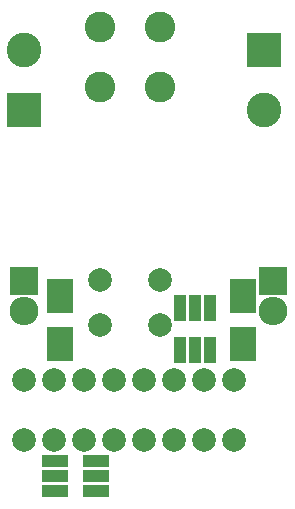
<source format=gbs>
G04 #@! TF.FileFunction,Soldermask,Bot*
%FSLAX46Y46*%
G04 Gerber Fmt 4.6, Leading zero omitted, Abs format (unit mm)*
G04 Created by KiCad (PCBNEW 4.0.0-stable) date 04.02.2016 17:28:42*
%MOMM*%
G01*
G04 APERTURE LIST*
%ADD10C,0.100000*%
%ADD11R,2.200860X2.899360*%
%ADD12C,2.000000*%
%ADD13R,2.940000X2.940000*%
%ADD14C,2.940000*%
%ADD15C,2.600000*%
%ADD16R,2.200000X1.000000*%
%ADD17R,1.000000X2.200000*%
%ADD18R,2.432000X2.432000*%
%ADD19O,2.432000X2.432000*%
G04 APERTURE END LIST*
D10*
D11*
X142748000Y-106138980D03*
X142748000Y-102141020D03*
X158242000Y-106138980D03*
X158242000Y-102141020D03*
D12*
X142240000Y-109220000D03*
X142240000Y-114300000D03*
X144780000Y-109220000D03*
X144780000Y-114300000D03*
X139700000Y-114300000D03*
X139700000Y-109220000D03*
X147320000Y-114300000D03*
X147320000Y-109220000D03*
X149860000Y-114300000D03*
X152400000Y-114300000D03*
X154940000Y-114300000D03*
X157480000Y-114300000D03*
X149860000Y-109220000D03*
X152400000Y-109220000D03*
X154940000Y-109220000D03*
X157480000Y-109220000D03*
D13*
X160020000Y-81280000D03*
D14*
X160020000Y-86360000D03*
D13*
X139700000Y-86360000D03*
D14*
X139700000Y-81280000D03*
D12*
X151200000Y-100760000D03*
D15*
X151200000Y-84380000D03*
X151200000Y-79340000D03*
D12*
X151200000Y-104540000D03*
X146120000Y-100760000D03*
D15*
X146120000Y-84380000D03*
X146120000Y-79340000D03*
D12*
X146120000Y-104540000D03*
D16*
X145768000Y-116078000D03*
X145768000Y-117348000D03*
X145768000Y-118618000D03*
X142268000Y-118618000D03*
X142268000Y-117348000D03*
X142268000Y-116078000D03*
D17*
X155448000Y-106652000D03*
X154178000Y-106652000D03*
X152908000Y-106652000D03*
X152908000Y-103152000D03*
X154178000Y-103152000D03*
X155448000Y-103152000D03*
D18*
X139700000Y-100838000D03*
D19*
X139700000Y-103378000D03*
D18*
X160782000Y-100838000D03*
D19*
X160782000Y-103378000D03*
M02*

</source>
